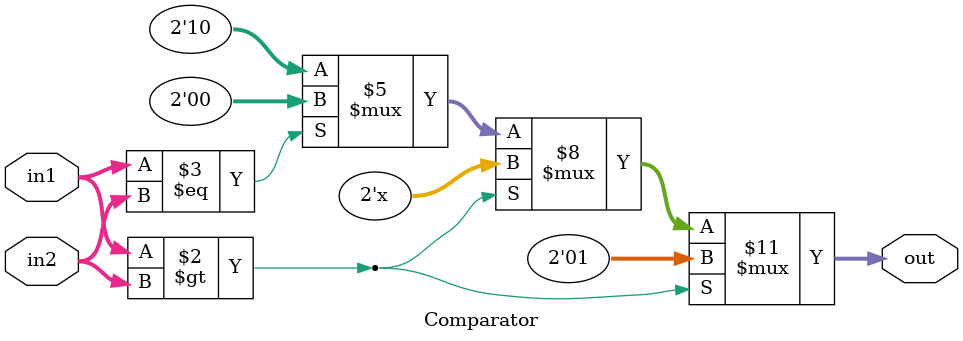
<source format=v>
module Comparator #(
  parameter n = 4 // number of bits in each input value
)(
  input [n-1:0] in1,
  input [n-1:0] in2,
  output reg [1:0] out
);


always @(*) begin
  if (in1 > in2) begin
    out = 2'b01;
  end else if (in1 == in2) begin
    out = 2'b00;
  end else begin
    out = 2'b10;
  end
end

endmodule
</source>
